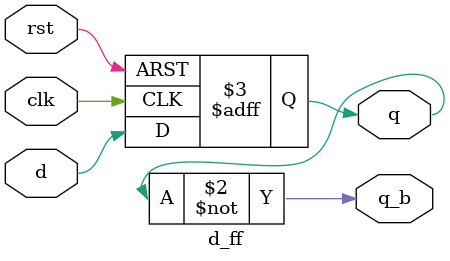
<source format=v>
module d_ff (
input d, clk, rst,
output reg q, q_b);

always @(posedge clk or posedge rst) begin
 if (rst) begin q = 0; end
else begin q=d; end
end
assign q_b = ~q;
endmodule

</source>
